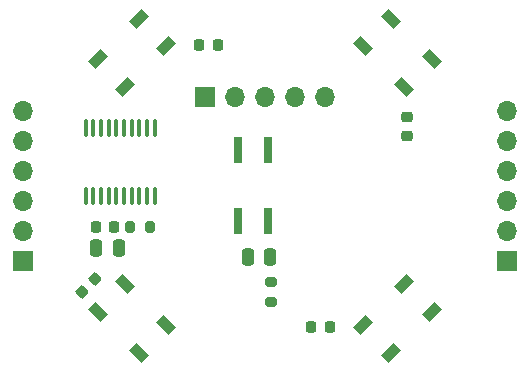
<source format=gts>
G04 #@! TF.GenerationSoftware,KiCad,Pcbnew,(6.0.10-0)*
G04 #@! TF.CreationDate,2023-01-28T23:12:23+01:00*
G04 #@! TF.ProjectId,hitpoint-proto-v1,68697470-6f69-46e7-942d-70726f746f2d,Proto V1*
G04 #@! TF.SameCoordinates,Original*
G04 #@! TF.FileFunction,Soldermask,Top*
G04 #@! TF.FilePolarity,Negative*
%FSLAX46Y46*%
G04 Gerber Fmt 4.6, Leading zero omitted, Abs format (unit mm)*
G04 Created by KiCad (PCBNEW (6.0.10-0)) date 2023-01-28 23:12:23*
%MOMM*%
%LPD*%
G01*
G04 APERTURE LIST*
G04 Aperture macros list*
%AMRoundRect*
0 Rectangle with rounded corners*
0 $1 Rounding radius*
0 $2 $3 $4 $5 $6 $7 $8 $9 X,Y pos of 4 corners*
0 Add a 4 corners polygon primitive as box body*
4,1,4,$2,$3,$4,$5,$6,$7,$8,$9,$2,$3,0*
0 Add four circle primitives for the rounded corners*
1,1,$1+$1,$2,$3*
1,1,$1+$1,$4,$5*
1,1,$1+$1,$6,$7*
1,1,$1+$1,$8,$9*
0 Add four rect primitives between the rounded corners*
20,1,$1+$1,$2,$3,$4,$5,0*
20,1,$1+$1,$4,$5,$6,$7,0*
20,1,$1+$1,$6,$7,$8,$9,0*
20,1,$1+$1,$8,$9,$2,$3,0*%
%AMRotRect*
0 Rectangle, with rotation*
0 The origin of the aperture is its center*
0 $1 length*
0 $2 width*
0 $3 Rotation angle, in degrees counterclockwise*
0 Add horizontal line*
21,1,$1,$2,0,0,$3*%
G04 Aperture macros list end*
%ADD10RoundRect,0.200000X0.200000X0.275000X-0.200000X0.275000X-0.200000X-0.275000X0.200000X-0.275000X0*%
%ADD11RoundRect,0.200000X-0.275000X0.200000X-0.275000X-0.200000X0.275000X-0.200000X0.275000X0.200000X0*%
%ADD12RoundRect,0.225000X-0.225000X-0.250000X0.225000X-0.250000X0.225000X0.250000X-0.225000X0.250000X0*%
%ADD13O,1.700000X1.700000*%
%ADD14R,1.700000X1.700000*%
%ADD15RoundRect,0.225000X0.225000X0.250000X-0.225000X0.250000X-0.225000X-0.250000X0.225000X-0.250000X0*%
%ADD16RoundRect,0.225000X-0.017678X0.335876X-0.335876X0.017678X0.017678X-0.335876X0.335876X-0.017678X0*%
%ADD17RotRect,1.500000X0.900000X135.000000*%
%ADD18RoundRect,0.225000X-0.250000X0.225000X-0.250000X-0.225000X0.250000X-0.225000X0.250000X0.225000X0*%
%ADD19RoundRect,0.250000X-0.250000X-0.475000X0.250000X-0.475000X0.250000X0.475000X-0.250000X0.475000X0*%
%ADD20RoundRect,0.100000X0.100000X-0.637500X0.100000X0.637500X-0.100000X0.637500X-0.100000X-0.637500X0*%
%ADD21RotRect,1.500000X0.900000X45.000000*%
%ADD22RoundRect,0.187500X0.187500X-0.937500X0.187500X0.937500X-0.187500X0.937500X-0.187500X-0.937500X0*%
%ADD23RotRect,1.500000X0.900000X225.000000*%
%ADD24RotRect,1.500000X0.900000X315.000000*%
G04 APERTURE END LIST*
D10*
X126125000Y-91000000D03*
X127775000Y-91000000D03*
D11*
X138000000Y-97325000D03*
X138000000Y-95675000D03*
D12*
X133500000Y-75600000D03*
X131950000Y-75600000D03*
D13*
X117000000Y-81150000D03*
X117000000Y-83690000D03*
X117000000Y-86230000D03*
X117000000Y-88770000D03*
X117000000Y-91310000D03*
D14*
X117000000Y-93850000D03*
D15*
X141450000Y-99500000D03*
X143000000Y-99500000D03*
D16*
X122000000Y-96500000D03*
X123096016Y-95403984D03*
D17*
X145850862Y-75684315D03*
X148184315Y-73350862D03*
X151649138Y-76815685D03*
X149315685Y-79149138D03*
D18*
X149500000Y-83275000D03*
X149500000Y-81725000D03*
D19*
X125150000Y-92750000D03*
X123250000Y-92750000D03*
D12*
X124725000Y-91000000D03*
X123175000Y-91000000D03*
D20*
X122325000Y-82637500D03*
X122975000Y-82637500D03*
X123625000Y-82637500D03*
X124275000Y-82637500D03*
X124925000Y-82637500D03*
X125575000Y-82637500D03*
X126225000Y-82637500D03*
X126875000Y-82637500D03*
X127525000Y-82637500D03*
X128175000Y-82637500D03*
X128175000Y-88362500D03*
X127525000Y-88362500D03*
X126875000Y-88362500D03*
X126225000Y-88362500D03*
X125575000Y-88362500D03*
X124925000Y-88362500D03*
X124275000Y-88362500D03*
X123625000Y-88362500D03*
X122975000Y-88362500D03*
X122325000Y-88362500D03*
D21*
X149315685Y-95850862D03*
X151649138Y-98184315D03*
X148184315Y-101649138D03*
X145850862Y-99315685D03*
D22*
X137770000Y-90500000D03*
X135230000Y-90500000D03*
X135230000Y-84500000D03*
X137770000Y-84500000D03*
D13*
X142585000Y-80000000D03*
X140045000Y-80000000D03*
X137505000Y-80000000D03*
X134965000Y-80000000D03*
D14*
X132425000Y-80000000D03*
D19*
X137950000Y-93500000D03*
X136050000Y-93500000D03*
D23*
X125684315Y-79149138D03*
X123350862Y-76815685D03*
X126815685Y-73350862D03*
X129149138Y-75684315D03*
D13*
X158000000Y-81150000D03*
X158000000Y-83690000D03*
X158000000Y-86230000D03*
X158000000Y-88770000D03*
X158000000Y-91310000D03*
D14*
X158000000Y-93850000D03*
D24*
X129149138Y-99315685D03*
X126815685Y-101649138D03*
X123350862Y-98184315D03*
X125684315Y-95850862D03*
M02*

</source>
